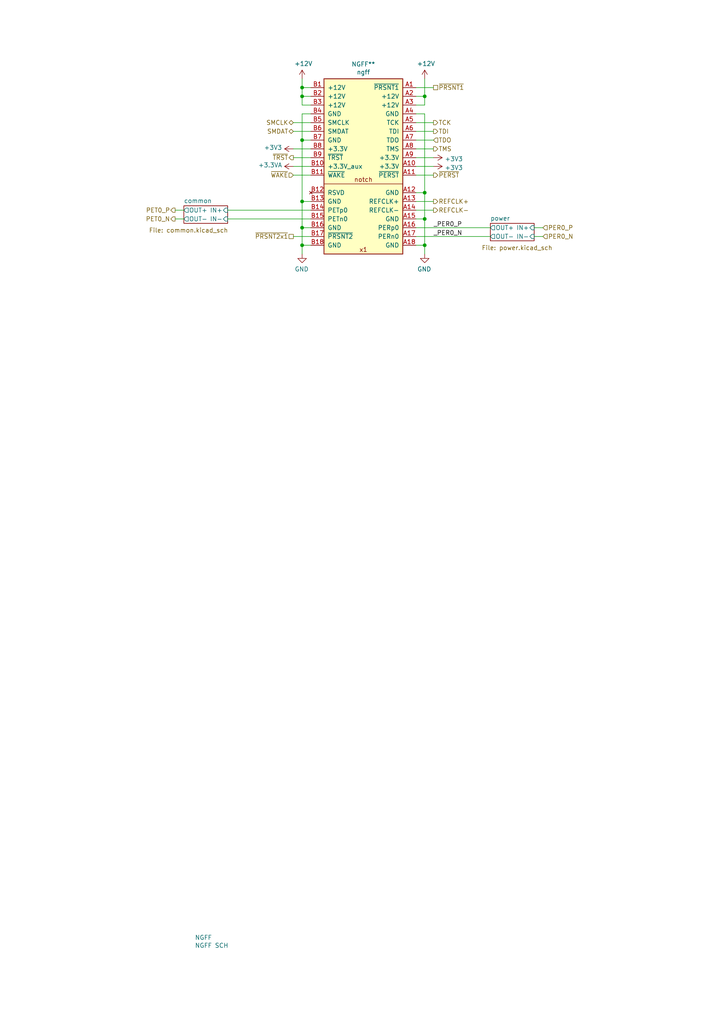
<source format=kicad_sch>
(kicad_sch (version 20211123) (generator eeschema)
  (paper "A4" portrait)
  (title_block (title "ngff") (date "2022-08-21") (company "Author: Qitas"))
  (lib_symbols
    (symbol "PCIexpress:PCIexpress_bracket" (pin_names (offset 1.016))
      (property "Reference" "J" (at 0 0 0))
      (property "Value" "PCIexpress_bracket" (at 0 0 0))
    )
    (symbol "PCIexpress:PCIexpress_x1" (pin_names (offset 1.016))
      (property "Reference" "J" (at 0 3.81 0))
      (property "Value" "PCIexpress_x1" (at 0 1.27 0))
      (symbol "PCIexpress_x1_0_0"
        (text "notch" (at 0 -29.21 0) (effects (font (size 1.27 1.27))))
        (text "x1" (at 0 -49.53 0) (effects (font (size 1.27 1.27))))
      )
      (symbol "PCIexpress_x1_0_1"
        (polyline (pts (xy 11.43 -30.48) (xy -11.43 -30.48)))
      )
      (symbol "PCIexpress_x1_1_1"
        (rectangle (start 11.43 0) (end -11.43 -50.8) (stroke (width 0.254)) (fill (type background)))
        (pin passive line (at 15.24 -2.54 180) (length 3.81) (name "~{PRSNT1}") (number "A1"))
        (pin power_out line (at 15.24 -25.4 180) (length 3.81) (name "+3.3V") (number "A10"))
        (pin output line (at 15.24 -27.94 180) (length 3.81) (name "~{PERST}") (number "A11"))
        (pin power_out line (at 15.24 -33.02 180) (length 3.81) (name "GND") (number "A12"))
        (pin output line (at 15.24 -35.56 180) (length 3.81) (name "REFCLK+") (number "A13"))
        (pin output line (at 15.24 -38.1 180) (length 3.81) (name "REFCLK-") (number "A14"))
        (pin power_out line (at 15.24 -40.64 180) (length 3.81) (name "GND") (number "A15"))
        (pin input line (at 15.24 -43.18 180) (length 3.81) (name "PERp0") (number "A16"))
        (pin input line (at 15.24 -45.72 180) (length 3.81) (name "PERn0") (number "A17"))
        (pin power_out line (at 15.24 -48.26 180) (length 3.81) (name "GND") (number "A18"))
        (pin power_out line (at 15.24 -5.08 180) (length 3.81) (name "+12V") (number "A2"))
        (pin power_out line (at 15.24 -7.62 180) (length 3.81) (name "+12V") (number "A3"))
        (pin power_out line (at 15.24 -10.16 180) (length 3.81) (name "GND") (number "A4"))
        (pin output line (at 15.24 -12.7 180) (length 3.81) (name "TCK") (number "A5"))
        (pin output line (at 15.24 -15.24 180) (length 3.81) (name "TDI") (number "A6"))
        (pin input line (at 15.24 -17.78 180) (length 3.81) (name "TDO") (number "A7"))
        (pin output line (at 15.24 -20.32 180) (length 3.81) (name "TMS") (number "A8"))
        (pin power_out line (at 15.24 -22.86 180) (length 3.81) (name "+3.3V") (number "A9"))
        (pin power_out line (at -15.24 -2.54 0) (length 3.81) (name "+12V") (number "B1"))
        (pin power_out line (at -15.24 -25.4 0) (length 3.81) (name "+3.3V_aux") (number "B10"))
        (pin open_collector line (at -15.24 -27.94 0) (length 3.81) (name "~{WAKE}") (number "B11"))
        (pin no_connect line (at -15.24 -33.02 0) (length 3.81) (name "RSVD") (number "B12"))
        (pin power_out line (at -15.24 -35.56 0) (length 3.81) (name "GND") (number "B13"))
        (pin output line (at -15.24 -38.1 0) (length 3.81) (name "PETp0") (number "B14"))
        (pin output line (at -15.24 -40.64 0) (length 3.81) (name "PETn0") (number "B15"))
        (pin power_out line (at -15.24 -43.18 0) (length 3.81) (name "GND") (number "B16"))
        (pin passive line (at -15.24 -45.72 0) (length 3.81) (name "~{PRSNT2}") (number "B17"))
        (pin power_out line (at -15.24 -48.26 0) (length 3.81) (name "GND") (number "B18"))
        (pin power_out line (at -15.24 -5.08 0) (length 3.81) (name "+12V") (number "B2"))
        (pin power_out line (at -15.24 -7.62 0) (length 3.81) (name "+12V") (number "B3"))
        (pin power_out line (at -15.24 -10.16 0) (length 3.81) (name "GND") (number "B4"))
        (pin open_collector line (at -15.24 -12.7 0) (length 3.81) (name "SMCLK") (number "B5"))
        (pin open_collector line (at -15.24 -15.24 0) (length 3.81) (name "SMDAT") (number "B6"))
        (pin power_out line (at -15.24 -17.78 0) (length 3.81) (name "GND") (number "B7"))
        (pin power_out line (at -15.24 -20.32 0) (length 3.81) (name "+3.3V") (number "B8"))
        (pin output line (at -15.24 -22.86 0) (length 3.81) (name "~{TRST}") (number "B9"))
      )
    )
    (symbol "power:+12V" (power) (pin_names (offset 0))
      (property "Value" "+12V" (at 0 3.556 0))
      (symbol "+12V_0_1"
        (polyline (pts (xy -0.762 1.27) (xy 0 2.54)))
        (polyline (pts (xy 0 0) (xy 0 2.54)))
        (polyline (pts (xy 0 2.54) (xy 0.762 1.27)))
      )
      (symbol "+12V_1_1"
        (pin power_in line (at 0 0 90) (length 0) hide (name "+12V") (number "1"))
      )
    )
    (symbol "power:+3.3V" (power) (pin_names (offset 0))
      (property "Value" "+3.3V" (at 0 3.556 0))
      (symbol "+3.3V_0_1"
        (polyline (pts (xy -0.762 1.27) (xy 0 2.54)))
        (polyline (pts (xy 0 0) (xy 0 2.54)))
        (polyline (pts (xy 0 2.54) (xy 0.762 1.27)))
      )
      (symbol "+3.3V_1_1"
        (pin power_in line (at 0 0 90) (length 0) hide (name "+3V3") (number "1"))
      )
    )
    (symbol "power:+3.3VA" (power) (pin_names (offset 0))
      (property "Value" "+3.3VA" (at 0 3.556 0))
      (symbol "+3.3VA_0_1"
        (polyline (pts (xy -0.762 1.27) (xy 0 2.54)))
        (polyline (pts (xy 0 0) (xy 0 2.54)))
        (polyline (pts (xy 0 2.54) (xy 0.762 1.27)))
      )
      (symbol "+3.3VA_1_1"
        (pin power_in line (at 0 0 90) (length 0) hide (name "+3.3VA") (number "1"))
      )
    )
    (symbol "power:GND" (power) (pin_names (offset 0))
      (property "Value" "GND" (at 0 -3.81 0))
      (symbol "GND_0_1"
        (polyline (pts (xy 0 0) (xy 0 -1.27) (xy 1.27 -1.27) (xy 0 -2.54) (xy -1.27 -1.27) (xy 0 -1.27)))
      )
      (symbol "GND_1_1"
        (pin power_in line (at 0 0 270) (length 0) hide (name "GND") (number "1"))
      )
    )
  )
  (junction (at 123.19 63.5))
  (junction (at 87.63 40.64))
  (junction (at 123.19 27.94))
  (junction (at 123.19 55.88))
  (junction (at 87.63 66.04))
  (junction (at 87.63 27.94))
  (junction (at 87.63 71.12))
  (junction (at 87.63 58.42))
  (junction (at 87.63 25.4))
  (junction (at 123.19 71.12))
  (wire (pts (xy 87.63 27.94) (xy 87.63 25.4)))
  (wire (pts (xy 154.94 68.58) (xy 157.48 68.58)))
  (wire (pts (xy 87.63 66.04) (xy 87.63 58.42)))
  (wire (pts (xy 154.94 66.04) (xy 157.48 66.04)))
  (wire (pts (xy 90.17 68.58) (xy 85.09 68.58)))
  (wire (pts (xy 120.65 35.56) (xy 125.73 35.56)))
  (wire (pts (xy 120.65 25.4) (xy 125.73 25.4)))
  (wire (pts (xy 90.17 58.42) (xy 87.63 58.42)))
  (wire (pts (xy 123.19 33.02) (xy 123.19 55.88)))
  (wire (pts (xy 120.65 30.48) (xy 123.19 30.48)))
  (wire (pts (xy 85.09 50.8) (xy 90.17 50.8)))
  (wire (pts (xy 120.65 45.72) (xy 125.73 45.72)))
  (wire (pts (xy 120.65 43.18) (xy 125.73 43.18)))
  (wire (pts (xy 123.19 33.02) (xy 120.65 33.02)))
  (wire (pts (xy 120.65 48.26) (xy 125.73 48.26)))
  (wire (pts (xy 85.09 45.72) (xy 90.17 45.72)))
  (wire (pts (xy 50.8 60.96) (xy 53.34 60.96)))
  (wire (pts (xy 120.65 50.8) (xy 125.73 50.8)))
  (wire (pts (xy 85.09 43.18) (xy 90.17 43.18)))
  (wire (pts (xy 85.09 35.56) (xy 90.17 35.56)))
  (wire (pts (xy 120.65 40.64) (xy 125.73 40.64)))
  (wire (pts (xy 85.09 38.1) (xy 90.17 38.1)))
  (wire (pts (xy 90.17 40.64) (xy 87.63 40.64)))
  (wire (pts (xy 90.17 71.12) (xy 87.63 71.12)))
  (wire (pts (xy 90.17 25.4) (xy 87.63 25.4)))
  (wire (pts (xy 120.65 71.12) (xy 123.19 71.12)))
  (wire (pts (xy 50.8 63.5) (xy 53.34 63.5)))
  (wire (pts (xy 123.19 30.48) (xy 123.19 27.94)))
  (wire (pts (xy 87.63 40.64) (xy 87.63 33.02)))
  (wire (pts (xy 66.04 60.96) (xy 90.17 60.96)))
  (wire (pts (xy 120.65 66.04) (xy 142.24 66.04)))
  (wire (pts (xy 123.19 73.66) (xy 123.19 71.12)))
  (wire (pts (xy 120.65 60.96) (xy 125.73 60.96)))
  (wire (pts (xy 90.17 30.48) (xy 87.63 30.48)))
  (wire (pts (xy 123.19 27.94) (xy 120.65 27.94)))
  (wire (pts (xy 120.65 63.5) (xy 123.19 63.5)))
  (wire (pts (xy 120.65 38.1) (xy 125.73 38.1)))
  (wire (pts (xy 123.19 63.5) (xy 123.19 71.12)))
  (wire (pts (xy 87.63 27.94) (xy 90.17 27.94)))
  (wire (pts (xy 120.65 55.88) (xy 123.19 55.88)))
  (wire (pts (xy 87.63 25.4) (xy 87.63 22.86)))
  (wire (pts (xy 123.19 55.88) (xy 123.19 63.5)))
  (wire (pts (xy 87.63 33.02) (xy 90.17 33.02)))
  (wire (pts (xy 87.63 30.48) (xy 87.63 27.94)))
  (wire (pts (xy 87.63 73.66) (xy 87.63 71.12)))
  (wire (pts (xy 120.65 58.42) (xy 125.73 58.42)))
  (wire (pts (xy 87.63 71.12) (xy 87.63 66.04)))
  (wire (pts (xy 90.17 66.04) (xy 87.63 66.04)))
  (wire (pts (xy 66.04 63.5) (xy 90.17 63.5)))
  (wire (pts (xy 123.19 22.86) (xy 123.19 27.94)))
  (wire (pts (xy 120.65 68.58) (xy 142.24 68.58)))
  (wire (pts (xy 85.09 48.26) (xy 90.17 48.26)))
  (wire (pts (xy 87.63 58.42) (xy 87.63 40.64)))
  (label "_PER0_N" (at 125.73 68.58 0))
  (label "_PER0_P" (at 125.73 66.04 0))
  (hierarchical_label "~{WAKE}" (shape input) (at 85.09 50.8 180))
  (hierarchical_label "PET0_P" (shape output) (at 50.8 60.96 180))
  (hierarchical_label "REFCLK-" (shape output) (at 125.73 60.96 0))
  (hierarchical_label "PET0_N" (shape output) (at 50.8 63.5 180))
  (hierarchical_label "TDO" (shape input) (at 125.73 40.64 0))
  (hierarchical_label "TMS" (shape output) (at 125.73 43.18 0))
  (hierarchical_label "~{PERST}" (shape output) (at 125.73 50.8 0))
  (hierarchical_label "PER0_P" (shape input) (at 157.48 66.04 0))
  (hierarchical_label "TCK" (shape output) (at 125.73 35.56 0))
  (hierarchical_label "PER0_N" (shape input) (at 157.48 68.58 0))
  (hierarchical_label "SMDAT" (shape bidirectional) (at 85.09 38.1 180))
  (hierarchical_label "REFCLK+" (shape output) (at 125.73 58.42 0))
  (hierarchical_label "SMCLK" (shape bidirectional) (at 85.09 35.56 180))
  (hierarchical_label "~{PRSNT1}" (shape passive) (at 125.73 25.4 0))
  (hierarchical_label "~{TRST}" (shape output) (at 85.09 45.72 180))
  (hierarchical_label "TDI" (shape output) (at 125.73 38.1 0))
  (hierarchical_label "~{PRSNT2x1}" (shape passive) (at 85.09 68.58 180))
  (symbol (lib_id "PCIexpress:PCIexpress_x1") (at 105.41 22.86 0) (unit 1)
    (property "Reference" "NGFF**" (at 105.41 18.6182 0))
    (property "Value" "ngff" (at 105.41 20.9296 0))
    (property "Footprint" "ngff:NGFF" (effects hide))
  )
  (symbol (lib_id "PCIexpress:PCIexpress_bracket") (at 55.88 273.05 0) (unit 1)
    (property "Reference" "NGFF" (at 56.515 271.8816 0) (effects (justify left)))
    (property "Value" "NGFF SCH" (at 56.515 274.193 0) (effects (justify left)))
    (property "Footprint" "PCIexpress:PCIexpress_bracket_full" (effects hide))
  )
  (symbol (lib_id "power:GND") (at 87.63 73.66 0) (mirror y) (unit 1)
    (property "Reference" "#PWR0101" (effects hide))
    (property "Value" "GND" (at 87.503 78.0542 0))
  )
  (symbol (lib_id "power:GND") (at 123.19 73.66 0) (mirror y) (unit 1)
    (property "Reference" "#PWR0102" (effects hide))
    (property "Value" "GND" (at 123.063 78.0542 0))
  )
  (symbol (lib_id "power:+3.3V") (at 85.09 43.18 90) (unit 1)
    (property "Reference" "#PWR0103" (effects hide))
    (property "Value" "+3.3V" (at 81.8388 42.799 90) (effects (justify left)))
  )
  (symbol (lib_id "power:+3.3V") (at 125.73 45.72 270) (unit 1)
    (property "Reference" "#PWR0104" (effects hide))
    (property "Value" "+3.3V" (at 128.9812 46.101 90) (effects (justify left)))
  )
  (symbol (lib_id "power:+3.3V") (at 125.73 48.26 270) (unit 1)
    (property "Reference" "#PWR0105" (effects hide))
    (property "Value" "+3.3V" (at 128.9812 48.641 90) (effects (justify left)))
  )
  (symbol (lib_id "power:+3.3VA") (at 85.09 48.26 90) (unit 1)
    (property "Reference" "#PWR0106" (effects hide))
    (property "Value" "+3.3VA" (at 81.8642 47.879 90) (effects (justify left)))
  )
  (symbol (lib_id "power:+12V") (at 87.63 22.86 0) (unit 1)
    (property "Reference" "#PWR0107" (effects hide))
    (property "Value" "+12V" (at 88.011 18.4658 0))
  )
  (symbol (lib_id "power:+12V") (at 123.19 22.86 0) (unit 1)
    (property "Reference" "#PWR0108" (effects hide))
    (property "Value" "+12V" (at 123.571 18.4658 0))
  )
  (sheet (at 53.34 59.69) (size 12.7 5.08)
    (property "Sheet name" "common" (at 53.34 58.9784 0) (effects (justify left bottom)))
    (property "Sheet file" "common.kicad_sch" (at 43.18 66.04 0) (effects (justify left top)))
    (pin "IN+" input (at 66.04 60.96 0))
    (pin "IN-" input (at 66.04 63.5 0))
    (pin "OUT+" output (at 53.34 60.96 180))
    (pin "OUT-" output (at 53.34 63.5 180))
  )
  (sheet (at 142.24 64.77) (size 12.7 5.08)
    (property "Sheet name" "power" (at 142.24 64.0584 0) (effects (justify left bottom)))
    (property "Sheet file" "power.kicad_sch" (at 139.7 71.12 0) (effects (justify left top)))
    (pin "IN+" input (at 154.94 66.04 0))
    (pin "OUT+" output (at 142.24 66.04 180))
    (pin "OUT-" output (at 142.24 68.58 180))
    (pin "IN-" input (at 154.94 68.58 0))
  )
)
</source>
